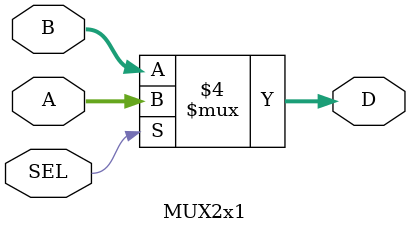
<source format=v>
`timescale 1ns / 1ps


module MUX2x1 #(parameter WIDTH=64)(A,B,SEL,D);
    input [WIDTH-1:0]A,B;
    input SEL;
    output reg [WIDTH-1:0]D;
    
    always @(A,B,SEL)
    begin
        if (SEL == 1)
            D <= A;
        else
            D <= B;
    end
endmodule

</source>
